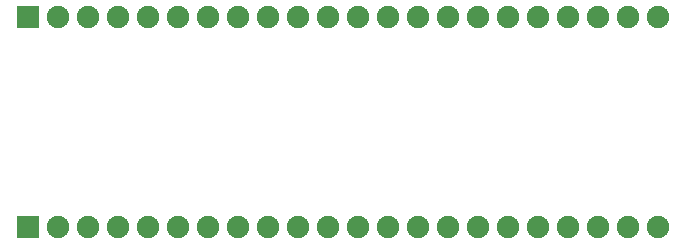
<source format=gbr>
G04 #@! TF.GenerationSoftware,KiCad,Pcbnew,(5.1.4)-1*
G04 #@! TF.CreationDate,2019-10-24T16:58:35-04:00*
G04 #@! TF.ProjectId,TQFP44,54514650-3434-42e6-9b69-6361645f7063,B*
G04 #@! TF.SameCoordinates,Original*
G04 #@! TF.FileFunction,Soldermask,Bot*
G04 #@! TF.FilePolarity,Negative*
%FSLAX46Y46*%
G04 Gerber Fmt 4.6, Leading zero omitted, Abs format (unit mm)*
G04 Created by KiCad (PCBNEW (5.1.4)-1) date 2019-10-24 16:58:35*
%MOMM*%
%LPD*%
G04 APERTURE LIST*
%ADD10O,1.900000X1.900000*%
%ADD11R,1.900000X1.900000*%
G04 APERTURE END LIST*
D10*
X124460000Y-36830000D03*
X121920000Y-36830000D03*
X119380000Y-36830000D03*
X116840000Y-36830000D03*
X114300000Y-36830000D03*
X111760000Y-36830000D03*
X109220000Y-36830000D03*
X106680000Y-36830000D03*
X104140000Y-36830000D03*
X101600000Y-36830000D03*
X99060000Y-36830000D03*
X96520000Y-36830000D03*
X93980000Y-36830000D03*
X91440000Y-36830000D03*
X88900000Y-36830000D03*
X86360000Y-36830000D03*
X83820000Y-36830000D03*
X81280000Y-36830000D03*
X78740000Y-36830000D03*
X76200000Y-36830000D03*
X73660000Y-36830000D03*
D11*
X71120000Y-36830000D03*
D10*
X124460000Y-54610000D03*
X121920000Y-54610000D03*
X119380000Y-54610000D03*
X116840000Y-54610000D03*
X114300000Y-54610000D03*
X111760000Y-54610000D03*
X109220000Y-54610000D03*
X106680000Y-54610000D03*
X104140000Y-54610000D03*
X101600000Y-54610000D03*
X99060000Y-54610000D03*
X96520000Y-54610000D03*
X93980000Y-54610000D03*
X91440000Y-54610000D03*
X88900000Y-54610000D03*
X86360000Y-54610000D03*
X83820000Y-54610000D03*
X81280000Y-54610000D03*
X78740000Y-54610000D03*
X76200000Y-54610000D03*
X73660000Y-54610000D03*
D11*
X71120000Y-54610000D03*
M02*

</source>
